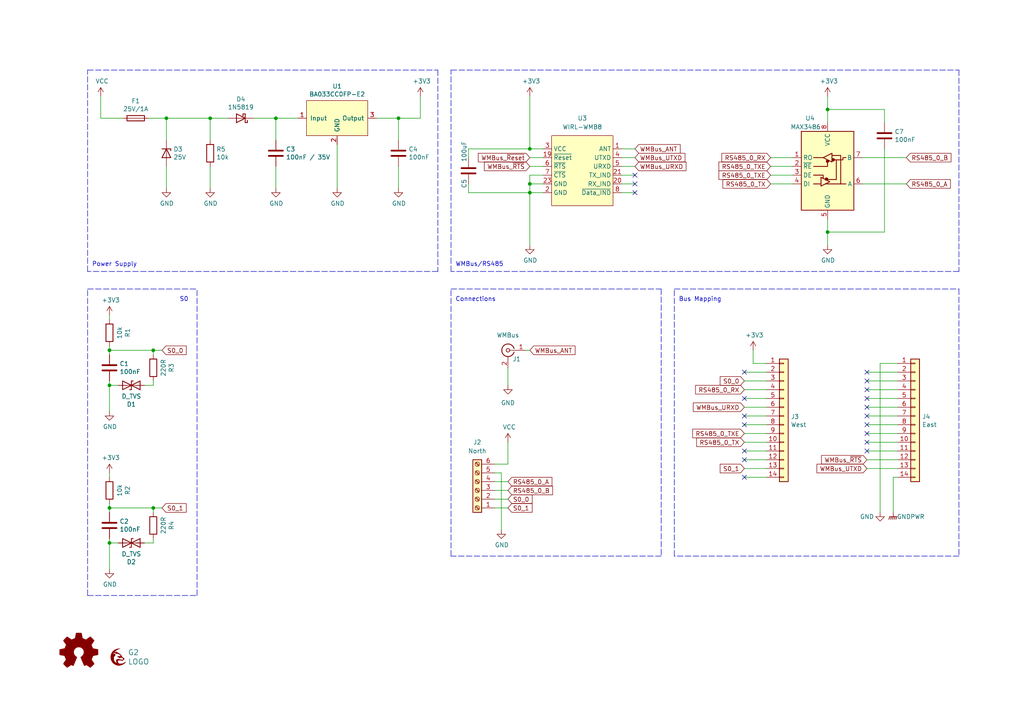
<source format=kicad_sch>
(kicad_sch (version 20211123) (generator eeschema)
  (paper "A4")
  (title_block (title "Tenement Metering Module") (date "2023-01-20") (rev "2.0") (company "GrayC GmbH") (comment 1 "Fabian Schlegel") (comment 2 "5-24V Power Supply") (comment 3 "1x RS485, 2x S0, 1x WMBus") (comment 4 "Tenement Metering Module with RS485, S0, WMBus"))
  (lib_symbols
    (symbol "BA033CC0FP-E2:BA033CC0FP-E2" (pin_names (offset 1.016))
      (property "Reference" "U" (at 0 8.89 0))
      (property "Value" "BA033CC0FP-E2" (at 0 6.35 0))
      (symbol "BA033CC0FP-E2_0_1"
        (rectangle (start -8.89 -5.08) (end 8.89 5.08) (fill (type background)))
      )
      (symbol "BA033CC0FP-E2_1_1"
        (pin power_in line (at -11.43 0 0) (length 2.54) (name "Input") (number "1"))
        (pin power_in line (at 0 -7.62 90) (length 2.54) (name "GND") (number "2"))
        (pin power_out line (at 11.43 0 180) (length 2.54) (name "Output") (number "3"))
      )
    )
    (symbol "Connector:Conn_Coaxial" (pin_names (offset 1.016) hide)
      (property "Reference" "J" (at 0.254 3.048 0))
      (property "Value" "Conn_Coaxial" (at 2.921 0 90))
      (symbol "Conn_Coaxial_0_1"
        (arc (start -1.778 -0.508) (mid 0.222 -1.808) (end 1.778 0) (stroke (width 0.254)))
        (polyline (pts (xy -2.54 0) (xy -0.508 0)))
        (polyline (pts (xy 0 -2.54) (xy 0 -1.778)))
        (circle (center 0 0) (radius 0.508) (stroke (width 0.2032)))
        (arc (start 1.778 0) (mid 0.222 1.8083) (end -1.778 0.508) (stroke (width 0.254)))
      )
      (symbol "Conn_Coaxial_1_1"
        (pin passive line (at -5.08 0 0) (length 2.54) (name "In") (number "1"))
        (pin passive line (at 0 -5.08 90) (length 2.54) (name "Ext") (number "2"))
      )
    )
    (symbol "Connector:Screw_Terminal_01x06" (pin_names (offset 1.016) hide)
      (property "Reference" "J" (at 0 7.62 0))
      (property "Value" "Screw_Terminal_01x06" (at 0 -10.16 0))
      (symbol "Screw_Terminal_01x06_1_1"
        (rectangle (start -1.27 6.35) (end 1.27 -8.89) (stroke (width 0.254)) (fill (type background)))
        (circle (center 0 -7.62) (radius 0.635) (stroke (width 0.1524)))
        (circle (center 0 -5.08) (radius 0.635) (stroke (width 0.1524)))
        (circle (center 0 -2.54) (radius 0.635) (stroke (width 0.1524)))
        (polyline (pts (xy -0.5334 -7.2898) (xy 0.3302 -8.128)) (stroke (width 0.1524)))
        (polyline (pts (xy -0.5334 -4.7498) (xy 0.3302 -5.588)) (stroke (width 0.1524)))
        (polyline (pts (xy -0.5334 -2.2098) (xy 0.3302 -3.048)) (stroke (width 0.1524)))
        (polyline (pts (xy -0.5334 0.3302) (xy 0.3302 -0.508)) (stroke (width 0.1524)))
        (polyline (pts (xy -0.5334 2.8702) (xy 0.3302 2.032)) (stroke (width 0.1524)))
        (polyline (pts (xy -0.5334 5.4102) (xy 0.3302 4.572)) (stroke (width 0.1524)))
        (polyline (pts (xy -0.3556 -7.112) (xy 0.508 -7.9502)) (stroke (width 0.1524)))
        (polyline (pts (xy -0.3556 -4.572) (xy 0.508 -5.4102)) (stroke (width 0.1524)))
        (polyline (pts (xy -0.3556 -2.032) (xy 0.508 -2.8702)) (stroke (width 0.1524)))
        (polyline (pts (xy -0.3556 0.508) (xy 0.508 -0.3302)) (stroke (width 0.1524)))
        (polyline (pts (xy -0.3556 3.048) (xy 0.508 2.2098)) (stroke (width 0.1524)))
        (polyline (pts (xy -0.3556 5.588) (xy 0.508 4.7498)) (stroke (width 0.1524)))
        (circle (center 0 0) (radius 0.635) (stroke (width 0.1524)))
        (circle (center 0 2.54) (radius 0.635) (stroke (width 0.1524)))
        (circle (center 0 5.08) (radius 0.635) (stroke (width 0.1524)))
        (pin passive line (at -5.08 5.08 0) (length 3.81) (name "Pin_1") (number "1"))
        (pin passive line (at -5.08 2.54 0) (length 3.81) (name "Pin_2") (number "2"))
        (pin passive line (at -5.08 0 0) (length 3.81) (name "Pin_3") (number "3"))
        (pin passive line (at -5.08 -2.54 0) (length 3.81) (name "Pin_4") (number "4"))
        (pin passive line (at -5.08 -5.08 0) (length 3.81) (name "Pin_5") (number "5"))
        (pin passive line (at -5.08 -7.62 0) (length 3.81) (name "Pin_6") (number "6"))
      )
    )
    (symbol "Connector_Generic:Conn_01x14" (pin_names (offset 1.016) hide)
      (property "Reference" "J" (at 0 17.78 0))
      (property "Value" "Conn_01x14" (at 0 -20.32 0))
      (symbol "Conn_01x14_1_1"
        (rectangle (start -1.27 -17.653) (end 0 -17.907) (stroke (width 0.1524)))
        (rectangle (start -1.27 -15.113) (end 0 -15.367) (stroke (width 0.1524)))
        (rectangle (start -1.27 -12.573) (end 0 -12.827) (stroke (width 0.1524)))
        (rectangle (start -1.27 -10.033) (end 0 -10.287) (stroke (width 0.1524)))
        (rectangle (start -1.27 -7.493) (end 0 -7.747) (stroke (width 0.1524)))
        (rectangle (start -1.27 -4.953) (end 0 -5.207) (stroke (width 0.1524)))
        (rectangle (start -1.27 -2.413) (end 0 -2.667) (stroke (width 0.1524)))
        (rectangle (start -1.27 0.127) (end 0 -0.127) (stroke (width 0.1524)))
        (rectangle (start -1.27 2.667) (end 0 2.413) (stroke (width 0.1524)))
        (rectangle (start -1.27 5.207) (end 0 4.953) (stroke (width 0.1524)))
        (rectangle (start -1.27 7.747) (end 0 7.493) (stroke (width 0.1524)))
        (rectangle (start -1.27 10.287) (end 0 10.033) (stroke (width 0.1524)))
        (rectangle (start -1.27 12.827) (end 0 12.573) (stroke (width 0.1524)))
        (rectangle (start -1.27 15.367) (end 0 15.113) (stroke (width 0.1524)))
        (rectangle (start -1.27 16.51) (end 1.27 -19.05) (stroke (width 0.254)) (fill (type background)))
        (pin passive line (at -5.08 15.24 0) (length 3.81) (name "Pin_1") (number "1"))
        (pin passive line (at -5.08 -7.62 0) (length 3.81) (name "Pin_10") (number "10"))
        (pin passive line (at -5.08 -10.16 0) (length 3.81) (name "Pin_11") (number "11"))
        (pin passive line (at -5.08 -12.7 0) (length 3.81) (name "Pin_12") (number "12"))
        (pin passive line (at -5.08 -15.24 0) (length 3.81) (name "Pin_13") (number "13"))
        (pin passive line (at -5.08 -17.78 0) (length 3.81) (name "Pin_14") (number "14"))
        (pin passive line (at -5.08 12.7 0) (length 3.81) (name "Pin_2") (number "2"))
        (pin passive line (at -5.08 10.16 0) (length 3.81) (name "Pin_3") (number "3"))
        (pin passive line (at -5.08 7.62 0) (length 3.81) (name "Pin_4") (number "4"))
        (pin passive line (at -5.08 5.08 0) (length 3.81) (name "Pin_5") (number "5"))
        (pin passive line (at -5.08 2.54 0) (length 3.81) (name "Pin_6") (number "6"))
        (pin passive line (at -5.08 0 0) (length 3.81) (name "Pin_7") (number "7"))
        (pin passive line (at -5.08 -2.54 0) (length 3.81) (name "Pin_8") (number "8"))
        (pin passive line (at -5.08 -5.08 0) (length 3.81) (name "Pin_9") (number "9"))
      )
    )
    (symbol "Device:C" (pin_numbers hide) (pin_names (offset 0.254))
      (property "Reference" "C" (at 0.635 2.54 0))
      (property "Value" "C" (at 0.635 -2.54 0))
      (symbol "C_0_1"
        (polyline (pts (xy -2.032 -0.762) (xy 2.032 -0.762)) (stroke (width 0.508)))
        (polyline (pts (xy -2.032 0.762) (xy 2.032 0.762)) (stroke (width 0.508)))
      )
      (symbol "C_1_1"
        (pin passive line (at 0 3.81 270) (length 2.794) (name "~") (number "1"))
        (pin passive line (at 0 -3.81 90) (length 2.794) (name "~") (number "2"))
      )
    )
    (symbol "Device:D_TVS" (pin_numbers hide) (pin_names (offset 1.016) hide)
      (property "Reference" "D" (at 0 2.54 0))
      (property "Value" "D_TVS" (at 0 -2.54 0))
      (symbol "D_TVS_0_1"
        (polyline (pts (xy 1.27 0) (xy -1.27 0)))
        (polyline (pts (xy 0.508 1.27) (xy 0 1.27) (xy 0 -1.27) (xy -0.508 -1.27)) (stroke (width 0.254)))
        (polyline (pts (xy -2.54 1.27) (xy -2.54 -1.27) (xy 2.54 1.27) (xy 2.54 -1.27) (xy -2.54 1.27)) (stroke (width 0.254)))
      )
      (symbol "D_TVS_1_1"
        (pin passive line (at -3.81 0 0) (length 2.54) (name "A1") (number "1"))
        (pin passive line (at 3.81 0 180) (length 2.54) (name "A2") (number "2"))
      )
    )
    (symbol "Device:D_Zener" (pin_numbers hide) (pin_names (offset 1.016) hide)
      (property "Reference" "D" (at 0 2.54 0))
      (property "Value" "D_Zener" (at 0 -2.54 0))
      (symbol "D_Zener_0_1"
        (polyline (pts (xy 1.27 0) (xy -1.27 0)))
        (polyline (pts (xy -1.27 -1.27) (xy -1.27 1.27) (xy -0.762 1.27)) (stroke (width 0.254)))
        (polyline (pts (xy 1.27 -1.27) (xy 1.27 1.27) (xy -1.27 0) (xy 1.27 -1.27)) (stroke (width 0.254)))
      )
      (symbol "D_Zener_1_1"
        (pin passive line (at -3.81 0 0) (length 2.54) (name "K") (number "1"))
        (pin passive line (at 3.81 0 180) (length 2.54) (name "A") (number "2"))
      )
    )
    (symbol "Device:Fuse" (pin_numbers hide) (pin_names (offset 0))
      (property "Reference" "F" (at 2.032 0 90))
      (property "Value" "Fuse" (at -1.905 0 90))
      (symbol "Fuse_0_1"
        (rectangle (start -0.762 -2.54) (end 0.762 2.54) (stroke (width 0.254)))
        (polyline (pts (xy 0 2.54) (xy 0 -2.54)))
      )
      (symbol "Fuse_1_1"
        (pin passive line (at 0 3.81 270) (length 1.27) (name "~") (number "1"))
        (pin passive line (at 0 -3.81 90) (length 1.27) (name "~") (number "2"))
      )
    )
    (symbol "Device:R" (pin_numbers hide) (pin_names (offset 0))
      (property "Reference" "R" (at 2.032 0 90))
      (property "Value" "R" (at 0 0 90))
      (symbol "R_0_1"
        (rectangle (start -1.016 -2.54) (end 1.016 2.54) (stroke (width 0.254)))
      )
      (symbol "R_1_1"
        (pin passive line (at 0 3.81 270) (length 1.27) (name "~") (number "1"))
        (pin passive line (at 0 -3.81 90) (length 1.27) (name "~") (number "2"))
      )
    )
    (symbol "Diode:1N5819" (pin_numbers hide) (pin_names (offset 1.016) hide)
      (property "Reference" "D" (at 0 2.54 0))
      (property "Value" "1N5819" (at 0 -2.54 0))
      (symbol "1N5819_0_1"
        (polyline (pts (xy 1.27 0) (xy -1.27 0)))
        (polyline (pts (xy 1.27 1.27) (xy 1.27 -1.27) (xy -1.27 0) (xy 1.27 1.27)) (stroke (width 0.254)))
        (polyline (pts (xy -1.905 0.635) (xy -1.905 1.27) (xy -1.27 1.27) (xy -1.27 -1.27) (xy -0.635 -1.27) (xy -0.635 -0.635)) (stroke (width 0.254)))
      )
      (symbol "1N5819_1_1"
        (pin passive line (at -3.81 0 0) (length 2.54) (name "K") (number "1"))
        (pin passive line (at 3.81 0 180) (length 2.54) (name "A") (number "2"))
      )
    )
    (symbol "Graphic:Logo_Open_Hardware_Small" (pin_names (offset 1.016))
      (symbol "Logo_Open_Hardware_Small_0_1"
        (polyline (pts (xy 3.3528 -4.3434) (xy 3.302 -4.318) (xy 3.175 -4.2418) (xy 2.9972 -4.1148) (xy 2.7686 -3.9624) (xy 2.54 -3.81) (xy 2.3622 -3.7084) (xy 2.2352 -3.6068) (xy 2.1844 -3.5814) (xy 2.159 -3.6068) (xy 2.0574 -3.6576) (xy 1.905 -3.7338) (xy 1.8034 -3.7846) (xy 1.6764 -3.8354) (xy 1.6002 -3.8354) (xy 1.6002 -3.8354) (xy 1.5494 -3.7338) (xy 1.4732 -3.5306) (xy 1.3462 -3.302) (xy 1.2446 -3.0226) (xy 1.1176 -2.7178) (xy 0.9652 -2.413) (xy 0.8636 -2.1082) (xy 0.7366 -1.8288) (xy 0.6604 -1.6256) (xy 0.6096 -1.4732) (xy 0.5842 -1.397) (xy 0.5842 -1.397) (xy 0.6604 -1.3208) (xy 0.7874 -1.2446) (xy 1.0414 -1.016) (xy 1.2954 -0.6858) (xy 1.4478 -0.3302) (xy 1.524 0.0762) (xy 1.4732 0.4572) (xy 1.3208 0.8128) (xy 1.0668 1.143) (xy 0.762 1.3716) (xy 0.4064 1.524) (xy 0 1.5748) (xy -0.381 1.5494) (xy -0.7366 1.397) (xy -1.0668 1.143) (xy -1.2192 0.9906) (xy -1.397 0.6604) (xy -1.524 0.3048) (xy -1.524 0.2286) (xy -1.4986 -0.1778) (xy -1.397 -0.5334) (xy -1.1938 -0.8636) (xy -0.9144 -1.143) (xy -0.8636 -1.1684) (xy -0.7366 -1.27) (xy -0.635 -1.3462) (xy -0.5842 -1.397) (xy -1.0668 -2.5908) (xy -1.143 -2.794) (xy -1.2954 -3.1242) (xy -1.397 -3.4036) (xy -1.4986 -3.6322) (xy -1.5748 -3.7846) (xy -1.6002 -3.8354) (xy -1.6002 -3.8354) (xy -1.651 -3.8354) (xy -1.7272 -3.81) (xy -1.905 -3.7338) (xy -2.0066 -3.683) (xy -2.1336 -3.6068) (xy -2.2098 -3.5814) (xy -2.2606 -3.6068) (xy -2.3622 -3.683) (xy -2.54 -3.81) (xy -2.7686 -3.9624) (xy -2.9718 -4.0894) (xy -3.1496 -4.2164) (xy -3.302 -4.318) (xy -3.3528 -4.3434) (xy -3.3782 -4.3434) (xy -3.429 -4.318) (xy -3.5306 -4.2164) (xy -3.7084 -4.064) (xy -3.937 -3.8354) (xy -3.9624 -3.81) (xy -4.1656 -3.6068) (xy -4.318 -3.4544) (xy -4.4196 -3.3274) (xy -4.445 -3.2766) (xy -4.445 -3.2766) (xy -4.4196 -3.2258) (xy -4.318 -3.0734) (xy -4.2164 -2.8956) (xy -4.064 -2.667) (xy -3.6576 -2.0828) (xy -3.8862 -1.5494) (xy -3.937 -1.3716) (xy -4.0386 -1.1684) (xy -4.0894 -1.0414) (xy -4.1148 -0.9652) (xy -4.191 -0.9398) (xy -4.318 -0.9144) (xy -4.5466 -0.8636) (xy -4.8006 -0.8128) (xy -5.0546 -0.7874) (xy -5.2578 -0.7366) (xy -5.4356 -0.7112) (xy -5.5118 -0.6858) (xy -5.5118 -0.6858) (xy -5.5372 -0.635) (xy -5.5372 -0.5588) (xy -5.5372 -0.4318) (xy -5.5626 -0.2286) (xy -5.5626 0.0762) (xy -5.5626 0.127) (xy -5.5372 0.4064) (xy -5.5372 0.635) (xy -5.5372 0.762) (xy -5.5372 0.8382) (xy -5.5372 0.8382) (xy -5.461 0.8382) (xy -5.3086 0.889) (xy -5.08 0.9144) (xy -4.826 0.9652) (xy -4.8006 0.9906) (xy -4.5466 1.0414) (xy -4.318 1.0668) (xy -4.1656 1.1176) (xy -4.0894 1.143) (xy -4.0894 1.143) (xy -4.0386 1.2446) (xy -3.9624 1.4224) (xy -3.8608 1.6256) (xy -3.7846 1.8288) (xy -3.7084 2.0066) (xy -3.6576 2.159) (xy -3.6322 2.2098) (xy -3.6322 2.2098) (xy -3.683 2.286) (xy -3.7592 2.413) (xy -3.8862 2.5908) (xy -4.064 2.8194) (xy -4.064 2.8448) (xy -4.2164 3.0734) (xy -4.3434 3.2512) (xy -4.4196 3.3782) (xy -4.445 3.4544) (xy -4.445 3.4544) (xy -4.3942 3.5052) (xy -4.2926 3.6322) (xy -4.1148 3.81) (xy -3.937 4.0132) (xy -3.8608 4.064) (xy -3.6576 4.2926) (xy -3.5052 4.4196) (xy -3.4036 4.4958) (xy -3.3528 4.5212) (xy -3.3528 4.5212) (xy -3.302 4.4704) (xy -3.1496 4.3688) (xy -2.9718 4.2418) (xy -2.7432 4.0894) (xy -2.7178 4.0894) (xy -2.4892 3.937) (xy -2.3114 3.81) (xy -2.1844 3.7084) (xy -2.1336 3.683) (xy -2.1082 3.683) (xy -2.032 3.7084) (xy -1.8542 3.7592) (xy -1.6764 3.8354) (xy -1.4732 3.937) (xy -1.27 4.0132) (xy -1.143 4.064) (xy -1.0668 4.1148) (xy -1.0668 4.1148) (xy -1.0414 4.191) (xy -1.016 4.3434) (xy -0.9652 4.572) (xy -0.9144 4.8514) (xy -0.889 4.9022) (xy -0.8382 5.1562) (xy -0.8128 5.3848) (xy -0.7874 5.5372) (xy -0.762 5.588) (xy -0.7112 5.6134) (xy -0.5842 5.6134) (xy -0.4064 5.6134) (xy -0.1524 5.6134) (xy 0.0762 5.6134) (xy 0.3302 5.6134) (xy 0.5334 5.6134) (xy 0.6858 5.588) (xy 0.7366 5.588) (xy 0.7366 5.588) (xy 0.762 5.5118) (xy 0.8128 5.334) (xy 0.8382 5.1054) (xy 0.9144 4.826) (xy 0.9144 4.7752) (xy 0.9652 4.5212) (xy 1.016 4.2926) (xy 1.0414 4.1402) (xy 1.0668 4.0894) (xy 1.0668 4.0894) (xy 1.1938 4.0386) (xy 1.3716 3.9624) (xy 1.5748 3.8608) (xy 2.0828 3.6576) (xy 2.7178 4.0894) (xy 2.7686 4.1402) (xy 2.9972 4.2926) (xy 3.175 4.4196) (xy 3.302 4.4958) (xy 3.3782 4.5212) (xy 3.3782 4.5212) (xy 3.429 4.4704) (xy 3.556 4.3434) (xy 3.7338 4.191) (xy 3.9116 3.9878) (xy 4.064 3.8354) (xy 4.2418 3.6576) (xy 4.3434 3.556) (xy 4.4196 3.4798) (xy 4.4196 3.429) (xy 4.4196 3.4036) (xy 4.3942 3.3274) (xy 4.2926 3.2004) (xy 4.1656 2.9972) (xy 4.0132 2.794) (xy 3.8862 2.5908) (xy 3.7592 2.3876) (xy 3.6576 2.2352) (xy 3.6322 2.159) (xy 3.6322 2.1336) (xy 3.683 2.0066) (xy 3.7592 1.8288) (xy 3.8608 1.6002) (xy 4.064 1.1176) (xy 4.3942 1.0414) (xy 4.5974 1.016) (xy 4.8768 0.9652) (xy 5.1308 0.9144) (xy 5.5372 0.8382) (xy 5.5626 -0.6604) (xy 5.4864 -0.6858) (xy 5.4356 -0.6858) (xy 5.2832 -0.7366) (xy 5.0546 -0.762) (xy 4.8006 -0.8128) (xy 4.5974 -0.8636) (xy 4.3688 -0.9144) (xy 4.2164 -0.9398) (xy 4.1402 -0.9398) (xy 4.1148 -0.9652) (xy 4.064 -1.0668) (xy 3.9878 -1.2446) (xy 3.9116 -1.4478) (xy 3.81 -1.651) (xy 3.7338 -1.8542) (xy 3.683 -2.0066) (xy 3.6576 -2.0828) (xy 3.683 -2.1336) (xy 3.7846 -2.2606) (xy 3.8862 -2.4638) (xy 4.0386 -2.667) (xy 4.191 -2.8956) (xy 4.318 -3.0734) (xy 4.3942 -3.2004) (xy 4.445 -3.2766) (xy 4.4196 -3.3274) (xy 4.3434 -3.429) (xy 4.1656 -3.5814) (xy 3.937 -3.8354) (xy 3.8862 -3.8608) (xy 3.683 -4.064) (xy 3.5306 -4.2164) (xy 3.4036 -4.318) (xy 3.3528 -4.3434)) (fill (type outline)))
      )
    )
    (symbol "Interface_UART:MAX3486"
      (property "Reference" "U" (at -6.096 11.43 0))
      (property "Value" "MAX3486" (at 0.762 11.43 0))
      (symbol "MAX3486_0_1"
        (rectangle (start -7.62 10.16) (end 7.62 -12.7) (stroke (width 0.254)) (fill (type background)))
        (circle (center -0.3048 -3.683) (radius 0.3556) (stroke (width 0.254)) (fill (type outline)))
        (circle (center -0.0254 1.4986) (radius 0.3556) (stroke (width 0.254)) (fill (type outline)))
        (polyline (pts (xy -4.064 -5.08) (xy -1.905 -5.08)) (stroke (width 0.254)))
        (polyline (pts (xy -4.064 2.54) (xy -1.27 2.54)) (stroke (width 0.254)))
        (polyline (pts (xy -1.27 -3.2004) (xy -1.27 -3.4544)) (stroke (width 0.254)))
        (polyline (pts (xy -0.635 -5.08) (xy 5.334 -5.08)) (stroke (width 0.254)))
        (polyline (pts (xy -4.064 -2.54) (xy -1.27 -2.54) (xy -1.27 -3.175)) (stroke (width 0.254)))
        (polyline (pts (xy 0 1.27) (xy 0 0) (xy -4.064 0)) (stroke (width 0.254)))
        (polyline (pts (xy 1.27 3.175) (xy 3.81 3.175) (xy 3.81 -5.08)) (stroke (width 0.254)))
        (polyline (pts (xy 2.54 1.905) (xy 2.54 -3.81) (xy 0 -3.81)) (stroke (width 0.254)))
        (polyline (pts (xy -1.905 -3.175) (xy -1.905 -5.715) (xy 0.635 -4.445) (xy -1.905 -3.175)) (stroke (width 0.254)))
        (polyline (pts (xy -1.27 2.54) (xy 1.27 3.81) (xy 1.27 1.27) (xy -1.27 2.54)) (stroke (width 0.254)))
        (polyline (pts (xy 1.905 1.905) (xy 4.445 1.905) (xy 4.445 2.54) (xy 5.334 2.54)) (stroke (width 0.254)))
        (rectangle (start 1.27 3.175) (end 1.27 3.175))
        (circle (center 1.651 1.905) (radius 0.3556) (stroke (width 0.254)) (fill (type outline)))
      )
      (symbol "MAX3486_1_1"
        (pin output line (at -10.16 2.54 0) (length 2.54) (name "RO") (number "1"))
        (pin input line (at -10.16 0 0) (length 2.54) (name "~{RE}") (number "2"))
        (pin input line (at -10.16 -2.54 0) (length 2.54) (name "DE") (number "3"))
        (pin input line (at -10.16 -5.08 0) (length 2.54) (name "DI") (number "4"))
        (pin power_in line (at 0 -15.24 90) (length 2.54) (name "GND") (number "5"))
        (pin bidirectional line (at 10.16 -5.08 180) (length 2.54) (name "A") (number "6"))
        (pin bidirectional line (at 10.16 2.54 180) (length 2.54) (name "B") (number "7"))
        (pin power_in line (at 0 12.7 270) (length 2.54) (name "VCC") (number "8"))
      )
    )
    (symbol "grayc-logo-negative:LOGO" (pin_names (offset 1.016))
      (symbol "LOGO_0_0"
        (polyline (pts (xy 0.4572 -2.5146) (xy 0.9398 -2.3876) (xy 1.397 -2.1844) (xy 1.8034 -1.9304) (xy 2.0828 -1.6256) (xy 2.159 -1.4732) (xy 2.159 -1.4478) (xy 2.0574 -1.5494) (xy 1.7526 -1.7526) (xy 1.2446 -1.9558) (xy 0.7112 -2.032) (xy 0.4826 -2.032) (xy 0.1524 -1.9304) (xy -0.0508 -1.7526) (xy -0.1524 -1.4478) (xy -0.1778 -1.2192) (xy -0.1016 -1.1176) (xy 0.0508 -1.016) (xy 0.1524 -0.9906) (xy 0.4064 -0.9652) (xy 0.7112 -1.016) (xy 0.8128 -1.0414) (xy 1.0414 -1.0922) (xy 1.2192 -1.1176) (xy 1.2446 -1.0922) (xy 1.3716 -1.016) (xy 1.5494 -0.8636) (xy 1.7018 -0.7112) (xy 1.778 -0.5842) (xy 1.6002 -0.4064) (xy 1.397 -0.254) (xy 1.0922 0) (xy 0.9652 0.2286) (xy 0.9144 0.3556) (xy 0.762 0.5842) (xy 0.508 0.8128) (xy 0.1016 1.0414) (xy -0.3048 1.2954) (xy -0.4064 1.397) (xy -0.4572 1.4986) (xy -0.5588 1.4986) (xy -0.6096 1.3716) (xy -0.635 1.2954) (xy -0.7366 1.2954) (xy -0.8128 1.3208) (xy -1.016 1.3462) (xy -1.0668 1.397) (xy -0.9906 1.4986) (xy -0.8382 1.651) (xy -0.635 1.8288) (xy -0.127 2.1336) (xy 0.0762 2.2352) (xy 0.5334 2.3622) (xy 0.0508 2.3368) (xy -0.4064 2.2606) (xy -0.9906 2.032) (xy -1.4986 1.651) (xy -1.7272 1.3716) (xy -1.8542 1.1176) (xy -1.4478 1.1176) (xy -1.4478 1.143) (xy -1.3208 1.1684) (xy -1.0922 1.1176) (xy -0.7874 1.016) (xy -0.635 0.9398) (xy -0.4572 0.889) (xy -0.381 0.9144) (xy -0.3556 0.9398) (xy -0.254 0.9398) (xy -0.0508 0.8636) (xy 0.2032 0.762) (xy 0.4318 0.635) (xy 0.6096 0.5334) (xy 0.6858 0.4064) (xy 0.762 0.254) (xy 0.7366 0.2032) (xy 0.6858 0.1524) (xy 0.5334 0.127) (xy 0.2286 0.1524) (xy 0.0254 0.1524) (xy -0.1778 0.127) (xy -0.2286 0.0762) (xy -0.2032 0.0508) (xy -0.0762 0) (xy -0.0508 0) (xy 0.0762 -0.0762) (xy 0.2794 -0.0762) (xy 0.2794 -0.0254) (xy 0.381 -0.0254) (xy 0.4064 -0.0508) (xy 0.3302 -0.1016) (xy 0.2794 -0.0762) (xy 0.0762 -0.0762) (xy 0.1778 -0.2032) (xy 0.1778 -0.3048) (xy 0.2286 -0.3302) (xy 0.4064 -0.3302) (xy 0.6604 -0.254) (xy 0.6858 -0.254) (xy 0.9906 -0.2032) (xy 1.2192 -0.3048) (xy 1.3716 -0.508) (xy 1.4224 -0.635) (xy 1.4478 -0.762) (xy 1.3716 -0.8636) (xy 1.3208 -0.889) (xy 1.1938 -0.9144) (xy 0.9652 -0.8636) (xy 0.635 -0.7874) (xy 0.2794 -0.6858) (xy -0.0254 -0.6604) (xy -0.254 -0.6858) (xy -0.4318 -0.8636) (xy -0.5334 -0.889) (xy -0.5842 -0.9144) (xy -0.6096 -1.0414) (xy -0.5842 -1.2446) (xy -0.5334 -1.4478) (xy -0.4572 -1.6002) (xy -0.4064 -1.6764) (xy -0.381 -1.8034) (xy -0.4572 -1.8034) (xy -0.6604 -1.7018) (xy -0.8128 -1.6002) (xy -1.0922 -1.3208) (xy -1.2446 -1.0414) (xy -1.27 -0.6604) (xy -1.2446 -0.5334) (xy -1.27 -0.3556) (xy -1.2954 -0.3048) (xy -1.3208 -0.3302) (xy -1.3716 -0.3048) (xy -1.3462 -0.1778) (xy -1.2446 -0.0254) (xy -1.1176 0.1524) (xy -0.9144 0.3556) (xy -0.8128 0.5334) (xy -0.889 0.7112) (xy -1.143 0.8382) (xy -1.3716 0.9398) (xy -1.4478 1.1176) (xy -1.8542 1.1176) (xy -2.0066 0.8636) (xy -2.032 0.7112) (xy -1.27 0.7112) (xy -1.2446 0.762) (xy -1.1938 0.7112) (xy -1.2446 0.6604) (xy -1.27 0.7112) (xy -2.032 0.7112) (xy -2.159 0.3048) (xy -2.1844 -0.254) (xy -2.0828 -0.8128) (xy -1.8542 -1.3462) (xy -1.524 -1.8034) (xy -1.0668 -2.159) (xy -0.508 -2.413) (xy -0.4318 -2.4384) (xy -0.127 -2.5146) (xy 0.1524 -2.54) (xy 0.4572 -2.5146)) (stroke (width 0.0254)) (fill (type outline)))
      )
    )
    (symbol "power:+3V3" (power) (pin_names (offset 0))
      (property "Value" "+3V3" (at 0 3.556 0))
      (symbol "+3V3_0_1"
        (polyline (pts (xy -0.762 1.27) (xy 0 2.54)))
        (polyline (pts (xy 0 0) (xy 0 2.54)))
        (polyline (pts (xy 0 2.54) (xy 0.762 1.27)))
      )
      (symbol "+3V3_1_1"
        (pin power_in line (at 0 0 90) (length 0) hide (name "+3V3") (number "1"))
      )
    )
    (symbol "power:GND" (power) (pin_names (offset 0))
      (property "Value" "GND" (at 0 -3.81 0))
      (symbol "GND_0_1"
        (polyline (pts (xy 0 0) (xy 0 -1.27) (xy 1.27 -1.27) (xy 0 -2.54) (xy -1.27 -1.27) (xy 0 -1.27)))
      )
      (symbol "GND_1_1"
        (pin power_in line (at 0 0 270) (length 0) hide (name "GND") (number "1"))
      )
    )
    (symbol "power:GNDPWR" (power) (pin_names (offset 0))
      (property "Value" "GNDPWR" (at 0 -3.302 0))
      (symbol "GNDPWR_0_1"
        (polyline (pts (xy 0 -1.27) (xy 0 0)))
        (polyline (pts (xy -1.016 -1.27) (xy -1.27 -2.032) (xy -1.27 -2.032)) (stroke (width 0.2032)))
        (polyline (pts (xy -0.508 -1.27) (xy -0.762 -2.032) (xy -0.762 -2.032)) (stroke (width 0.2032)))
        (polyline (pts (xy 0 -1.27) (xy -0.254 -2.032) (xy -0.254 -2.032)) (stroke (width 0.2032)))
        (polyline (pts (xy 0.508 -1.27) (xy 0.254 -2.032) (xy 0.254 -2.032)) (stroke (width 0.2032)))
        (polyline (pts (xy 1.016 -1.27) (xy -1.016 -1.27) (xy -1.016 -1.27)) (stroke (width 0.2032)))
        (polyline (pts (xy 1.016 -1.27) (xy 0.762 -2.032) (xy 0.762 -2.032) (xy 0.762 -2.032)) (stroke (width 0.2032)))
      )
      (symbol "GNDPWR_1_1"
        (pin power_in line (at 0 0 270) (length 0) hide (name "GNDPWR") (number "1"))
      )
    )
    (symbol "power:VCC" (power) (pin_names (offset 0))
      (property "Value" "VCC" (at 0 3.81 0))
      (symbol "VCC_0_1"
        (polyline (pts (xy -0.762 1.27) (xy 0 2.54)))
        (polyline (pts (xy 0 0) (xy 0 2.54)))
        (polyline (pts (xy 0 2.54) (xy 0.762 1.27)))
      )
      (symbol "VCC_1_1"
        (pin power_in line (at 0 0 90) (length 0) hide (name "VCC") (number "1"))
      )
    )
    (symbol "wmbus:WIRL-WMB8"
      (property "Reference" "U" (at 0 15.24 0))
      (property "Value" "WIRL-WMB8" (at 0 12.7 0))
      (symbol "WIRL-WMB8_0_1"
        (rectangle (start -8.89 10.16) (end 8.89 -10.16) (fill (type background)))
      )
      (symbol "WIRL-WMB8_1_1"
        (pin output line (at 11.43 6.35 180) (length 2.54) (name "ANT") (number "1"))
        (pin no_connect line (at -11.43 -8.89 0) (length 2.54) hide (name "Reserved") (number "10"))
        (pin no_connect line (at -11.43 -8.89 0) (length 2.54) hide (name "Reserved") (number "11"))
        (pin no_connect line (at -11.43 -8.89 0) (length 2.54) hide (name "Reserved") (number "12"))
        (pin no_connect line (at -11.43 -8.89 0) (length 2.54) hide (name "Reserved") (number "13"))
        (pin no_connect line (at -11.43 -8.89 0) (length 2.54) hide (name "Reserved") (number "14"))
        (pin no_connect line (at -11.43 -8.89 0) (length 2.54) hide (name "Reserved") (number "15"))
        (pin no_connect line (at -11.43 -8.89 0) (length 2.54) hide (name "Reserved") (number "16"))
        (pin no_connect line (at -11.43 -8.89 0) (length 2.54) hide (name "Reserved") (number "17"))
        (pin no_connect line (at -11.43 -8.89 0) (length 2.54) hide (name "Reserved") (number "18"))
        (pin input line (at -11.43 3.81 0) (length 2.54) (name "~{Reset}") (number "19"))
        (pin power_in line (at -11.43 -6.35 0) (length 2.54) (name "GND") (number "2"))
        (pin output line (at 11.43 -3.81 180) (length 2.54) (name "RX_IND") (number "20"))
        (pin output line (at 11.43 -1.27 180) (length 2.54) (name "TX_IND") (number "21"))
        (pin no_connect line (at -11.43 -8.89 0) (length 2.54) hide (name "Reserved") (number "22"))
        (pin power_in line (at -11.43 -3.81 0) (length 2.54) (name "GND") (number "23"))
        (pin power_in line (at -11.43 6.35 0) (length 2.54) (name "VCC") (number "3"))
        (pin output line (at 11.43 3.81 180) (length 2.54) (name "UTXD") (number "4"))
        (pin input line (at 11.43 1.27 180) (length 2.54) (name "URXD") (number "5"))
        (pin output line (at -11.43 1.27 0) (length 2.54) (name "~{RTS}") (number "6"))
        (pin input line (at -11.43 -1.27 0) (length 2.54) (name "~{CTS}") (number "7"))
        (pin output line (at 11.43 -6.35 180) (length 2.54) (name "~{Data_IND}") (number "8"))
        (pin no_connect line (at -11.43 -8.89 0) (length 2.54) hide (name "Reserved") (number "9"))
      )
    )
  )
  (junction (at 31.75 147.32))
  (junction (at 115.57 34.29))
  (junction (at 153.67 53.34))
  (junction (at 153.67 43.18))
  (junction (at 44.45 147.32))
  (junction (at 240.03 67.31))
  (junction (at 48.26 34.29))
  (junction (at 31.75 157.48))
  (junction (at 240.03 31.75))
  (junction (at 31.75 111.76))
  (junction (at 80.01 34.29))
  (junction (at 31.75 101.6))
  (junction (at 44.45 101.6))
  (junction (at 60.96 34.29))
  (junction (at 153.67 55.88))
  (no_connect (at 184.15 55.88))
  (no_connect (at 184.15 53.34))
  (no_connect (at 184.15 50.8))
  (no_connect (at 251.46 110.49))
  (no_connect (at 215.9 123.19))
  (no_connect (at 251.46 120.65))
  (no_connect (at 251.46 107.95))
  (no_connect (at 251.46 118.11))
  (no_connect (at 251.46 130.81))
  (no_connect (at 251.46 125.73))
  (no_connect (at 251.46 115.57))
  (no_connect (at 215.9 133.35))
  (no_connect (at 215.9 115.57))
  (no_connect (at 251.46 123.19))
  (no_connect (at 251.46 128.27))
  (no_connect (at 215.9 107.95))
  (no_connect (at 215.9 138.43))
  (no_connect (at 215.9 130.81))
  (no_connect (at 215.9 120.65))
  (no_connect (at 251.46 113.03))
  (polyline (pts (xy 130.81 78.74) (xy 130.81 20.32)))
  (wire (pts (xy 121.92 34.29) (xy 121.92 27.94)))
  (wire (pts (xy 135.89 43.18) (xy 135.89 45.72)))
  (polyline (pts (xy 130.81 20.32) (xy 278.13 20.32)))
  (wire (pts (xy 215.9 110.49) (xy 222.25 110.49)))
  (wire (pts (xy 143.51 147.32) (xy 147.32 147.32)))
  (polyline (pts (xy 191.77 161.29) (xy 130.81 161.29)))
  (wire (pts (xy 60.96 40.64) (xy 60.96 34.29)))
  (wire (pts (xy 180.34 50.8) (xy 184.15 50.8)))
  (wire (pts (xy 143.51 142.24) (xy 147.32 142.24)))
  (wire (pts (xy 180.34 45.72) (xy 184.15 45.72)))
  (wire (pts (xy 223.52 53.34) (xy 229.87 53.34)))
  (wire (pts (xy 44.45 102.87) (xy 44.45 101.6)))
  (wire (pts (xy 223.52 45.72) (xy 229.87 45.72)))
  (wire (pts (xy 180.34 55.88) (xy 184.15 55.88)))
  (wire (pts (xy 44.45 147.32) (xy 46.99 147.32)))
  (wire (pts (xy 153.67 50.8) (xy 157.48 50.8)))
  (wire (pts (xy 29.21 34.29) (xy 35.56 34.29)))
  (wire (pts (xy 143.51 137.16) (xy 145.415 137.16)))
  (polyline (pts (xy 25.4 83.82) (xy 57.15 83.82)))
  (polyline (pts (xy 130.81 161.29) (xy 130.81 83.82)))
  (wire (pts (xy 250.19 45.72) (xy 262.89 45.72)))
  (polyline (pts (xy 25.4 78.74) (xy 25.4 20.32)))
  (wire (pts (xy 215.9 120.65) (xy 222.25 120.65)))
  (wire (pts (xy 80.01 40.64) (xy 80.01 34.29)))
  (wire (pts (xy 48.26 34.29) (xy 60.96 34.29)))
  (wire (pts (xy 73.66 34.29) (xy 80.01 34.29)))
  (wire (pts (xy 218.44 101.6) (xy 218.44 105.41)))
  (polyline (pts (xy 25.4 172.72) (xy 25.4 83.82)))
  (wire (pts (xy 153.67 53.34) (xy 153.67 50.8)))
  (wire (pts (xy 153.67 55.88) (xy 153.67 71.12)))
  (wire (pts (xy 251.46 110.49) (xy 260.35 110.49)))
  (wire (pts (xy 262.89 53.34) (xy 250.19 53.34)))
  (wire (pts (xy 60.96 54.61) (xy 60.96 48.26)))
  (wire (pts (xy 255.27 105.41) (xy 260.35 105.41)))
  (wire (pts (xy 143.51 139.7) (xy 147.32 139.7)))
  (polyline (pts (xy 195.58 161.29) (xy 195.58 83.82)))
  (wire (pts (xy 256.54 35.56) (xy 256.54 31.75)))
  (wire (pts (xy 223.52 50.8) (xy 229.87 50.8)))
  (wire (pts (xy 215.9 113.03) (xy 222.25 113.03)))
  (wire (pts (xy 44.45 148.59) (xy 44.45 147.32)))
  (polyline (pts (xy 195.58 83.82) (xy 278.13 83.82)))
  (wire (pts (xy 251.46 120.65) (xy 260.35 120.65)))
  (wire (pts (xy 157.48 53.34) (xy 153.67 53.34)))
  (wire (pts (xy 215.9 107.95) (xy 222.25 107.95)))
  (wire (pts (xy 153.67 45.72) (xy 157.48 45.72)))
  (wire (pts (xy 153.67 55.88) (xy 157.48 55.88)))
  (wire (pts (xy 31.75 156.21) (xy 31.75 157.48)))
  (wire (pts (xy 31.75 101.6) (xy 31.75 102.87)))
  (wire (pts (xy 43.18 34.29) (xy 48.26 34.29)))
  (wire (pts (xy 147.32 134.62) (xy 147.32 128.27)))
  (wire (pts (xy 251.46 123.19) (xy 260.35 123.19)))
  (wire (pts (xy 31.75 91.44) (xy 31.75 92.71)))
  (polyline (pts (xy 278.13 83.82) (xy 278.13 161.29)))
  (polyline (pts (xy 25.4 20.32) (xy 127 20.32)))
  (wire (pts (xy 31.75 100.33) (xy 31.75 101.6)))
  (wire (pts (xy 240.03 27.94) (xy 240.03 31.75)))
  (wire (pts (xy 251.46 107.95) (xy 260.35 107.95)))
  (wire (pts (xy 135.89 43.18) (xy 153.67 43.18)))
  (polyline (pts (xy 278.13 20.32) (xy 278.13 78.74)))
  (wire (pts (xy 115.57 48.26) (xy 115.57 54.61)))
  (wire (pts (xy 48.26 48.26) (xy 48.26 54.61)))
  (wire (pts (xy 31.75 119.38) (xy 31.75 111.76)))
  (polyline (pts (xy 127 20.32) (xy 127 78.74)))
  (wire (pts (xy 44.45 101.6) (xy 46.99 101.6)))
  (wire (pts (xy 153.67 48.26) (xy 157.48 48.26)))
  (wire (pts (xy 31.75 165.1) (xy 31.75 157.48)))
  (polyline (pts (xy 191.77 83.82) (xy 191.77 161.29)))
  (wire (pts (xy 180.34 53.34) (xy 184.15 53.34)))
  (wire (pts (xy 180.34 43.18) (xy 184.15 43.18)))
  (wire (pts (xy 259.08 138.43) (xy 260.35 138.43)))
  (wire (pts (xy 29.21 27.94) (xy 29.21 34.29)))
  (wire (pts (xy 218.44 105.41) (xy 222.25 105.41)))
  (wire (pts (xy 240.03 63.5) (xy 240.03 67.31)))
  (wire (pts (xy 222.25 135.89) (xy 215.9 135.89)))
  (wire (pts (xy 215.9 138.43) (xy 222.25 138.43)))
  (wire (pts (xy 251.46 133.35) (xy 260.35 133.35)))
  (wire (pts (xy 48.26 40.64) (xy 48.26 34.29)))
  (wire (pts (xy 31.75 146.05) (xy 31.75 147.32)))
  (wire (pts (xy 180.34 48.26) (xy 184.15 48.26)))
  (wire (pts (xy 44.45 111.76) (xy 41.91 111.76)))
  (wire (pts (xy 215.9 133.35) (xy 222.25 133.35)))
  (wire (pts (xy 31.75 111.76) (xy 34.29 111.76)))
  (wire (pts (xy 145.415 137.16) (xy 145.415 153.67)))
  (wire (pts (xy 109.22 34.29) (xy 115.57 34.29)))
  (wire (pts (xy 143.51 144.78) (xy 147.32 144.78)))
  (polyline (pts (xy 127 78.74) (xy 25.4 78.74)))
  (wire (pts (xy 152.4 101.6) (xy 153.67 101.6)))
  (wire (pts (xy 31.75 101.6) (xy 44.45 101.6)))
  (polyline (pts (xy 278.13 78.74) (xy 130.81 78.74)))
  (wire (pts (xy 251.46 113.03) (xy 260.35 113.03)))
  (wire (pts (xy 251.46 125.73) (xy 260.35 125.73)))
  (wire (pts (xy 153.67 43.18) (xy 157.48 43.18)))
  (wire (pts (xy 259.08 138.43) (xy 259.08 148.59)))
  (wire (pts (xy 256.54 67.31) (xy 256.54 43.18)))
  (wire (pts (xy 80.01 34.29) (xy 86.36 34.29)))
  (wire (pts (xy 215.9 125.73) (xy 222.25 125.73)))
  (wire (pts (xy 135.89 53.34) (xy 135.89 55.88)))
  (wire (pts (xy 255.27 105.41) (xy 255.27 148.59)))
  (wire (pts (xy 251.46 115.57) (xy 260.35 115.57)))
  (wire (pts (xy 44.45 157.48) (xy 44.45 156.21)))
  (wire (pts (xy 147.32 106.68) (xy 147.32 111.76)))
  (wire (pts (xy 80.01 48.26) (xy 80.01 54.61)))
  (wire (pts (xy 31.75 137.16) (xy 31.75 138.43)))
  (wire (pts (xy 31.75 157.48) (xy 34.29 157.48)))
  (wire (pts (xy 115.57 34.29) (xy 115.57 40.64)))
  (polyline (pts (xy 130.81 83.82) (xy 191.77 83.82)))
  (wire (pts (xy 215.9 115.57) (xy 222.25 115.57)))
  (wire (pts (xy 153.67 53.34) (xy 153.67 55.88)))
  (wire (pts (xy 251.46 128.27) (xy 260.35 128.27)))
  (wire (pts (xy 41.91 157.48) (xy 44.45 157.48)))
  (wire (pts (xy 153.67 27.94) (xy 153.67 43.18)))
  (wire (pts (xy 31.75 110.49) (xy 31.75 111.76)))
  (wire (pts (xy 44.45 110.49) (xy 44.45 111.76)))
  (wire (pts (xy 251.46 130.81) (xy 260.35 130.81)))
  (polyline (pts (xy 57.15 172.72) (xy 57.15 83.82)))
  (wire (pts (xy 229.87 48.26) (xy 223.52 48.26)))
  (wire (pts (xy 143.51 134.62) (xy 147.32 134.62)))
  (wire (pts (xy 135.89 55.88) (xy 153.67 55.88)))
  (wire (pts (xy 97.79 54.61) (xy 97.79 41.91)))
  (polyline (pts (xy 278.13 161.29) (xy 195.58 161.29)))
  (wire (pts (xy 31.75 147.32) (xy 44.45 147.32)))
  (wire (pts (xy 240.03 31.75) (xy 240.03 35.56)))
  (wire (pts (xy 215.9 123.19) (xy 222.25 123.19)))
  (wire (pts (xy 31.75 147.32) (xy 31.75 148.59)))
  (wire (pts (xy 251.46 135.89) (xy 260.35 135.89)))
  (wire (pts (xy 215.9 128.27) (xy 222.25 128.27)))
  (wire (pts (xy 240.03 67.31) (xy 256.54 67.31)))
  (wire (pts (xy 215.9 118.11) (xy 222.25 118.11)))
  (wire (pts (xy 115.57 34.29) (xy 121.92 34.29)))
  (wire (pts (xy 60.96 34.29) (xy 66.04 34.29)))
  (wire (pts (xy 251.46 118.11) (xy 260.35 118.11)))
  (wire (pts (xy 256.54 31.75) (xy 240.03 31.75)))
  (wire (pts (xy 240.03 67.31) (xy 240.03 71.12)))
  (wire (pts (xy 215.9 130.81) (xy 222.25 130.81)))
  (polyline (pts (xy 25.4 172.72) (xy 57.15 172.72)))
  (text "WMBus/RS485" (at 132.08 77.47 0) (effects (font (size 1.27 1.27)) (justify left bottom)))
  (text "Connections" (at 132.08 87.63 0) (effects (font (size 1.27 1.27)) (justify left bottom)))
  (text "Bus Mapping" (at 196.85 87.63 0) (effects (font (size 1.27 1.27)) (justify left bottom)))
  (text "Power Supply" (at 26.67 77.47 0) (effects (font (size 1.27 1.27)) (justify left bottom)))
  (text "S0" (at 52.07 87.63 0) (effects (font (size 1.27 1.27)) (justify left bottom)))
  (global_label "S0_0" (shape input) (at 46.99 101.6 0) (property "Intersheet References" "${INTERSHEET_REFS}" (effects hide)))
  (global_label "RS485_0_B" (shape input) (at 262.89 45.72 0) (property "Intersheet References" "${INTERSHEET_REFS}" (effects hide)))
  (global_label "WMBus_~{RTS}" (shape input) (at 153.67 48.26 180) (property "Intersheet References" "${INTERSHEET_REFS}" (effects hide)))
  (global_label "WMBus_ANT" (shape input) (at 184.15 43.18 0) (property "Intersheet References" "${INTERSHEET_REFS}" (effects hide)))
  (global_label "WMBus_~{Reset}" (shape input) (at 153.67 45.72 180) (property "Intersheet References" "${INTERSHEET_REFS}" (effects hide)))
  (global_label "WMBus_UTXD" (shape input) (at 184.15 45.72 0) (property "Intersheet References" "${INTERSHEET_REFS}" (effects hide)))
  (global_label "RS485_0_A" (shape input) (at 262.89 53.34 0) (property "Intersheet References" "${INTERSHEET_REFS}" (effects hide)))
  (global_label "RS485_0_RX" (shape input) (at 223.52 45.72 180) (property "Intersheet References" "${INTERSHEET_REFS}" (effects hide)))
  (global_label "WMBus_~{RTS}" (shape input) (at 251.46 133.35 180) (property "Intersheet References" "${INTERSHEET_REFS}" (effects hide)))
  (global_label "RS485_0_TX" (shape input) (at 215.9 128.27 180) (property "Intersheet References" "${INTERSHEET_REFS}" (effects hide)))
  (global_label "S0_1" (shape input) (at 147.32 147.32 0) (property "Intersheet References" "${INTERSHEET_REFS}" (effects hide)))
  (global_label "WMBus_URXD" (shape input) (at 215.9 118.11 180) (property "Intersheet References" "${INTERSHEET_REFS}" (effects hide)))
  (global_label "RS485_0_TXE" (shape input) (at 223.52 50.8 180) (property "Intersheet References" "${INTERSHEET_REFS}" (effects hide)))
  (global_label "S0_0" (shape input) (at 147.32 144.78 0) (property "Intersheet References" "${INTERSHEET_REFS}" (effects hide)))
  (global_label "RS485_0_TXE" (shape input) (at 223.52 48.26 180) (property "Intersheet References" "${INTERSHEET_REFS}" (effects hide)))
  (global_label "RS485_0_RX" (shape input) (at 215.9 113.03 180) (property "Intersheet References" "${INTERSHEET_REFS}" (effects hide)))
  (global_label "WMBus_ANT" (shape input) (at 153.67 101.6 0) (property "Intersheet References" "${INTERSHEET_REFS}" (effects hide)))
  (global_label "RS485_0_TX" (shape input) (at 223.52 53.34 180) (property "Intersheet References" "${INTERSHEET_REFS}" (effects hide)))
  (global_label "WMBus_UTXD" (shape input) (at 251.46 135.89 180) (property "Intersheet References" "${INTERSHEET_REFS}" (effects hide)))
  (global_label "S0_1" (shape input) (at 215.9 135.89 180) (property "Intersheet References" "${INTERSHEET_REFS}" (effects hide)))
  (global_label "RS485_0_B" (shape input) (at 147.32 142.24 0) (property "Intersheet References" "${INTERSHEET_REFS}" (effects hide)))
  (global_label "S0_1" (shape input) (at 46.99 147.32 0) (property "Intersheet References" "${INTERSHEET_REFS}" (effects hide)))
  (global_label "WMBus_URXD" (shape input) (at 184.15 48.26 0) (property "Intersheet References" "${INTERSHEET_REFS}" (effects hide)))
  (global_label "S0_0" (shape input) (at 215.9 110.49 180) (property "Intersheet References" "${INTERSHEET_REFS}" (effects hide)))
  (global_label "RS485_0_A" (shape input) (at 147.32 139.7 0) (property "Intersheet References" "${INTERSHEET_REFS}" (effects hide)))
  (global_label "RS485_0_TXE" (shape input) (at 215.9 125.73 180) (property "Intersheet References" "${INTERSHEET_REFS}" (effects hide)))
  (symbol (lib_id "BA033CC0FP-E2:BA033CC0FP-E2") (at 97.79 34.29 0) (unit 1)
    (property "Reference" "U1" (at 97.79 25.019 0))
    (property "Value" "BA033CC0FP-E2" (at 97.79 27.3304 0))
    (property "Footprint" "Package_TO_SOT_SMD:TO-252-3_TabPin2" (effects hide))
    (property "Datasheet" "https://www.mouser.de/datasheet/2/348/baxxdd0-e-1873983.pdf" (effects hide))
    (property "Product" "https://www.mouser.de/ProductDetail/ROHM-Semiconductor/BA033CC0FP-E2" (effects hide))
    (property "Price" "0.97" (effects hide))
  )
  (symbol (lib_id "Device:Fuse") (at 39.37 34.29 270) (unit 1)
    (property "Reference" "F1" (at 39.37 29.2862 90))
    (property "Value" "25V/1A" (at 39.37 31.5976 90))
    (property "Footprint" "Fuse:Fuse_1206_3216Metric_Pad1.42x1.75mm_HandSolder" (effects hide))
    (property "Price" "0.93" (effects hide))
    (property "Product" "https://www.mouser.de/ProductDetail/Bourns/SF-1206HIA100M-2" (effects hide))
  )
  (symbol (lib_id "Diode:1N5819") (at 69.85 34.29 180) (unit 1)
    (property "Reference" "D4" (at 69.85 28.7782 0))
    (property "Value" "1N5819" (at 69.85 31.0896 0))
    (property "Footprint" "Diode_SMD:D_SOD-323_HandSoldering" (effects hide))
    (property "Datasheet" "http://www.vishay.com/docs/88525/1n5817.pdf" (effects hide))
    (property "Price" "0.25" (effects hide))
    (property "Product" "https://www.mouser.de/ProductDetail/Diodes-Incorporated/1N5819HW-7-F?qs=NQ47qNm99eDyWTEd07miYA%3D%3D" (effects hide))
  )
  (symbol (lib_id "Device:R") (at 60.96 44.45 0) (unit 1)
    (property "Reference" "R5" (at 62.738 43.2816 0) (effects (justify left)))
    (property "Value" "10k" (at 62.738 45.593 0) (effects (justify left)))
    (property "Footprint" "Resistor_SMD:R_1206_3216Metric_Pad1.30x1.75mm_HandSolder" (effects hide))
    (property "Price" "0.08" (effects hide))
    (property "Product" "https://www.mouser.de/ProductDetail/Bourns/CR1206-JW-103ELF" (effects hide))
  )
  (symbol (lib_id "Device:C") (at 80.01 44.45 0) (unit 1)
    (property "Reference" "C3" (at 82.931 43.2816 0) (effects (justify left)))
    (property "Value" "100nF / 35V" (at 82.931 45.593 0) (effects (justify left)))
    (property "Footprint" "Capacitor_SMD:C_1206_3216Metric_Pad1.33x1.80mm_HandSolder" (effects hide))
    (property "Product" "https://www.mouser.de/ProductDetail/KEMET/C1206C104M6RACTU?qs=F5EMLAvA7IBTviv6fCZN3A%3D%3D" (effects hide))
    (property "Price" "0.24" (effects hide))
  )
  (symbol (lib_id "Device:C") (at 115.57 44.45 0) (unit 1)
    (property "Reference" "C4" (at 118.491 43.2816 0) (effects (justify left)))
    (property "Value" "100nF" (at 118.491 45.593 0) (effects (justify left)))
    (property "Footprint" "Capacitor_SMD:C_1206_3216Metric_Pad1.33x1.80mm_HandSolder" (effects hide))
    (property "Price" "0.24" (effects hide))
    (property "Product" "https://www.mouser.de/ProductDetail/KEMET/C1206C104M6RACTU?qs=F5EMLAvA7IBTviv6fCZN3A%3D%3D" (effects hide))
  )
  (symbol (lib_id "power:VCC") (at 29.21 27.94 0) (unit 1)
    (property "Reference" "#PWR01" (effects hide))
    (property "Value" "VCC" (at 29.591 23.5458 0))
  )
  (symbol (lib_id "power:+3V3") (at 121.92 27.94 0) (unit 1)
    (property "Reference" "#PWR011" (effects hide))
    (property "Value" "+3V3" (at 122.301 23.5458 0))
  )
  (symbol (lib_id "power:GND") (at 80.01 54.61 0) (unit 1)
    (property "Reference" "#PWR08" (effects hide))
    (property "Value" "GND" (at 80.137 59.0042 0))
  )
  (symbol (lib_id "power:GND") (at 97.79 54.61 0) (unit 1)
    (property "Reference" "#PWR09" (effects hide))
    (property "Value" "GND" (at 97.917 59.0042 0))
  )
  (symbol (lib_id "power:GND") (at 115.57 54.61 0) (unit 1)
    (property "Reference" "#PWR010" (effects hide))
    (property "Value" "GND" (at 115.697 59.0042 0))
  )
  (symbol (lib_id "power:GND") (at 60.96 54.61 0) (unit 1)
    (property "Reference" "#PWR07" (effects hide))
    (property "Value" "GND" (at 61.087 59.0042 0))
  )
  (symbol (lib_id "power:GND") (at 48.26 54.61 0) (unit 1)
    (property "Reference" "#PWR06" (effects hide))
    (property "Value" "GND" (at 48.387 59.0042 0))
  )
  (symbol (lib_id "Interface_UART:MAX3486") (at 240.03 48.26 0) (unit 1)
    (property "Reference" "U4" (at 234.95 34.29 0))
    (property "Value" "MAX3486" (at 233.68 36.83 0))
    (property "Footprint" "Package_SO:SOIC-8_3.9x4.9mm_P1.27mm" (effects hide))
    (property "Datasheet" "https://datasheets.maximintegrated.com/en/ds/MAX3483-MAX3491.pdf" (effects hide))
    (property "Price" "3.71" (effects hide))
    (property "Product" "https://www.mouser.de/ProductDetail/Maxim-Integrated/MAX3486ECSA%2b?qs=LHmEVA8xxfYujvexFFcA7w%3D%3D" (effects hide))
  )
  (symbol (lib_id "Device:C") (at 256.54 39.37 0) (unit 1)
    (property "Reference" "C7" (at 259.461 38.2016 0) (effects (justify left)))
    (property "Value" "100nF" (at 259.461 40.513 0) (effects (justify left)))
    (property "Footprint" "Capacitor_SMD:C_1206_3216Metric_Pad1.33x1.80mm_HandSolder" (effects hide))
    (property "Price" "0.24" (effects hide))
    (property "Product" "https://www.mouser.de/ProductDetail/KEMET/C1206C104M6RACTU?qs=F5EMLAvA7IBTviv6fCZN3A%3D%3D" (effects hide))
  )
  (symbol (lib_id "power:+3V3") (at 240.03 27.94 0) (unit 1)
    (property "Reference" "#PWR022" (effects hide))
    (property "Value" "+3V3" (at 240.411 23.5458 0))
  )
  (symbol (lib_id "power:GND") (at 240.03 71.12 0) (unit 1)
    (property "Reference" "#PWR023" (effects hide))
    (property "Value" "GND" (at 240.157 75.5142 0))
  )
  (symbol (lib_id "Connector_Generic:Conn_01x14") (at 227.33 120.65 0) (unit 1)
    (property "Reference" "J3" (at 229.362 120.8532 0) (effects (justify left)))
    (property "Value" "West" (at 229.362 123.1646 0) (effects (justify left)))
    (property "Footprint" "Connector_PinHeader_2.54mm:PinHeader_1x14_P2.54mm_Vertical" (effects hide))
    (property "Price" "0.45" (effects hide))
    (property "Product" "https://www.mouser.de/ProductDetail/Harwin/M20-9991446" (effects hide))
  )
  (symbol (lib_id "Connector_Generic:Conn_01x14") (at 265.43 120.65 0) (unit 1)
    (property "Reference" "J4" (at 267.462 120.8532 0) (effects (justify left)))
    (property "Value" "East" (at 267.462 123.1646 0) (effects (justify left)))
    (property "Footprint" "Connector_PinHeader_2.54mm:PinHeader_1x14_P2.54mm_Vertical" (effects hide))
    (property "Price" "0.45" (effects hide))
    (property "Product" "https://www.mouser.de/ProductDetail/Harwin/M20-9991446" (effects hide))
  )
  (symbol (lib_id "power:+3V3") (at 218.44 101.6 0) (unit 1)
    (property "Reference" "#PWR021" (effects hide))
    (property "Value" "+3V3" (at 218.821 97.2058 0))
  )
  (symbol (lib_id "power:GND") (at 255.27 148.59 0) (unit 1)
    (property "Reference" "#PWR024" (effects hide))
    (property "Value" "GND" (at 251.46 149.86 0))
  )
  (symbol (lib_id "power:GNDPWR") (at 259.08 148.59 0) (unit 1)
    (property "Reference" "#PWR025" (effects hide))
    (property "Value" "GNDPWR" (at 264.16 149.86 0))
  )
  (symbol (lib_id "Device:R") (at 31.75 96.52 180) (unit 1)
    (property "Reference" "R1" (at 37.0078 96.52 90))
    (property "Value" "10k" (at 34.6964 96.52 90))
    (property "Footprint" "Resistor_SMD:R_1206_3216Metric_Pad1.30x1.75mm_HandSolder" (effects hide))
    (property "Price" "0.08" (effects hide))
    (property "Product" "https://www.mouser.de/ProductDetail/Bourns/CR1206-JW-103ELF" (effects hide))
  )
  (symbol (lib_id "Device:R") (at 44.45 106.68 180) (unit 1)
    (property "Reference" "R3" (at 49.7078 106.68 90))
    (property "Value" "220R" (at 47.3964 106.68 90))
    (property "Footprint" "Resistor_SMD:R_1206_3216Metric_Pad1.30x1.75mm_HandSolder" (effects hide))
    (property "Price" "0.08" (effects hide))
    (property "Product" "https://www.mouser.de/ProductDetail/TE-Connectivity-Holsworthy/CRGCQ1206J220R" (effects hide))
  )
  (symbol (lib_id "Device:C") (at 31.75 106.68 0) (unit 1)
    (property "Reference" "C1" (at 34.671 105.5116 0) (effects (justify left)))
    (property "Value" "100nF" (at 34.671 107.823 0) (effects (justify left)))
    (property "Footprint" "Capacitor_SMD:C_1206_3216Metric_Pad1.33x1.80mm_HandSolder" (effects hide))
    (property "Price" "0.24" (effects hide))
    (property "Product" "https://www.mouser.de/ProductDetail/KEMET/C1206C104M6RACTU?qs=F5EMLAvA7IBTviv6fCZN3A%3D%3D" (effects hide))
  )
  (symbol (lib_id "power:GND") (at 31.75 119.38 0) (unit 1)
    (property "Reference" "#PWR03" (effects hide))
    (property "Value" "GND" (at 31.877 123.7742 0))
  )
  (symbol (lib_id "power:+3V3") (at 31.75 91.44 0) (unit 1)
    (property "Reference" "#PWR02" (effects hide))
    (property "Value" "+3V3" (at 32.131 87.0458 0))
  )
  (symbol (lib_id "Device:D_TVS") (at 38.1 111.76 180) (unit 1)
    (property "Reference" "D1" (at 38.1 117.2718 0))
    (property "Value" "D_TVS" (at 38.1 114.9604 0))
    (property "Footprint" "Diode_SMD:D_0603_1608Metric_Pad1.05x0.95mm_HandSolder" (effects hide))
    (property "Price" "0.32" (effects hide))
    (property "Product" "https://www.mouser.de/ProductDetail/Bourns/CG0603MLC-33LE?qs=m8myXnDJXpXlL5%252BDNWWe1g%3D%3D" (effects hide))
  )
  (symbol (lib_id "power:VCC") (at 147.32 128.27 0) (unit 1)
    (property "Reference" "#PWR019" (effects hide))
    (property "Value" "VCC" (at 147.701 123.8758 0))
  )
  (symbol (lib_id "Device:R") (at 31.75 142.24 180) (unit 1)
    (property "Reference" "R2" (at 37.0078 142.24 90))
    (property "Value" "10k" (at 34.6964 142.24 90))
    (property "Footprint" "Resistor_SMD:R_1206_3216Metric_Pad1.30x1.75mm_HandSolder" (effects hide))
    (property "Price" "0.08" (effects hide))
    (property "Product" "https://www.mouser.de/ProductDetail/Bourns/CR1206-JW-103ELF" (effects hide))
  )
  (symbol (lib_id "Device:R") (at 44.45 152.4 180) (unit 1)
    (property "Reference" "R4" (at 49.7078 152.4 90))
    (property "Value" "220R" (at 47.3964 152.4 90))
    (property "Footprint" "Resistor_SMD:R_1206_3216Metric_Pad1.30x1.75mm_HandSolder" (effects hide))
    (property "Price" "0.08" (effects hide))
    (property "Product" "https://www.mouser.de/ProductDetail/TE-Connectivity-Holsworthy/CRGCQ1206J220R" (effects hide))
  )
  (symbol (lib_id "Device:C") (at 31.75 152.4 0) (unit 1)
    (property "Reference" "C2" (at 34.671 151.2316 0) (effects (justify left)))
    (property "Value" "100nF" (at 34.671 153.543 0) (effects (justify left)))
    (property "Footprint" "Capacitor_SMD:C_1206_3216Metric_Pad1.33x1.80mm_HandSolder" (effects hide))
    (property "Price" "0.24" (effects hide))
    (property "Product" "https://www.mouser.de/ProductDetail/KEMET/C1206C104M6RACTU?qs=F5EMLAvA7IBTviv6fCZN3A%3D%3D" (effects hide))
  )
  (symbol (lib_id "power:GND") (at 31.75 165.1 0) (unit 1)
    (property "Reference" "#PWR05" (effects hide))
    (property "Value" "GND" (at 31.877 169.4942 0))
  )
  (symbol (lib_id "power:+3V3") (at 31.75 137.16 0) (unit 1)
    (property "Reference" "#PWR04" (effects hide))
    (property "Value" "+3V3" (at 32.131 132.7658 0))
  )
  (symbol (lib_id "Device:D_TVS") (at 38.1 157.48 180) (unit 1)
    (property "Reference" "D2" (at 38.1 162.9918 0))
    (property "Value" "D_TVS" (at 38.1 160.6804 0))
    (property "Footprint" "Diode_SMD:D_0603_1608Metric_Pad1.05x0.95mm_HandSolder" (effects hide))
    (property "Price" "0.32" (effects hide))
    (property "Product" "https://www.mouser.de/ProductDetail/Bourns/CG0603MLC-33LE?qs=m8myXnDJXpXlL5%252BDNWWe1g%3D%3D" (effects hide))
  )
  (symbol (lib_id "power:GND") (at 145.415 153.67 0) (unit 1)
    (property "Reference" "#PWR020" (effects hide))
    (property "Value" "GND" (at 145.542 158.0642 0))
  )
  (symbol (lib_id "Device:D_Zener") (at 48.26 44.45 270) (unit 1)
    (property "Reference" "D3" (at 50.292 43.2816 90) (effects (justify left)))
    (property "Value" "25V" (at 50.292 45.593 90) (effects (justify left)))
    (property "Footprint" "Diode_SMD:D_SOD-523" (effects hide))
    (property "Product" "https://www.mouser.de/ProductDetail/Comchip-Technology/CPDU24V?qs=tw%252BuQ%2FB6PO0bamw1irr2%252Bg%3D%3D" (effects hide))
    (property "Price" "0.40" (effects hide))
  )
  (symbol (lib_id "grayc-logo-negative:LOGO") (at 34.29 190.5 0) (unit 1)
    (property "Reference" "G2" (at 37.084 189.23 0) (effects (font (size 1.524 1.524)) (justify left)))
    (property "Value" "LOGO" (at 37.084 191.9224 0) (effects (font (size 1.524 1.524)) (justify left)))
    (property "Footprint" "images:grayc-logo-negative" (effects hide))
  )
  (symbol (lib_id "Graphic:Logo_Open_Hardware_Small") (at 22.86 189.23 0) (unit 1)
    (property "Reference" "G1" (effects hide))
    (property "Value" "Logo_Open_Hardware_Small" (effects hide))
    (property "Footprint" "Symbol:OSHW-Logo2_7.3x6mm_SilkScreen" (effects hide))
  )
  (symbol (lib_id "Connector:Screw_Terminal_01x06") (at 138.43 142.24 180) (unit 1)
    (property "Reference" "J2" (at 138.43 128.27 0))
    (property "Value" "North" (at 138.43 130.81 0))
    (property "Footprint" "footprints:PHOENIX_1935200" (effects hide))
    (property "manf#" "1935200" (effects hide))
    (property "mouser#" "651-1935200" (effects hide))
  )
  (symbol (lib_id "power:GND") (at 153.67 71.12 0) (unit 1)
    (property "Reference" "#PWR017" (effects hide))
    (property "Value" "GND" (at 153.797 75.5142 0))
  )
  (symbol (lib_id "Connector:Conn_Coaxial") (at 147.32 101.6 0) (mirror y) (unit 1)
    (property "Reference" "J1" (at 149.86 104.14 0))
    (property "Value" "WMBus" (at 147.32 97.2058 0))
    (property "Footprint" "footprints:IPEX_20279-001E-01" (effects hide))
    (property "Datasheet" " ~" (effects hide))
  )
  (symbol (lib_id "power:+3V3") (at 153.67 27.94 0) (unit 1)
    (property "Reference" "#PWR016" (effects hide))
    (property "Value" "+3V3" (at 154.051 23.5458 0))
  )
  (symbol (lib_id "Device:C") (at 135.89 49.53 0) (unit 1)
    (property "Reference" "C5" (at 134.62 54.61 90) (effects (justify left)))
    (property "Value" "100uF" (at 134.62 46.99 90) (effects (justify left)))
    (property "Footprint" "Capacitor_SMD:C_1206_3216Metric_Pad1.33x1.80mm_HandSolder" (effects hide))
    (property "Price" "0.24" (effects hide))
    (property "Product" "https://www.mouser.de/ProductDetail/KEMET/C1206C104M6RACTU?qs=F5EMLAvA7IBTviv6fCZN3A%3D%3D" (effects hide))
  )
  (symbol (lib_id "power:GND") (at 147.32 111.76 0) (unit 1)
    (property "Reference" "#PWR012" (effects hide))
    (property "Value" "GND" (at 147.32 116.84 0))
  )
  (symbol (lib_id "wmbus:WIRL-WMB8") (at 168.91 49.53 0) (unit 1)
    (property "Reference" "U3" (at 168.91 34.29 0))
    (property "Value" "WIRL-WMB8" (at 168.91 36.83 0))
    (property "Footprint" "wmbus:WIRL-WMB8" (effects hide))
  )
)
</source>
